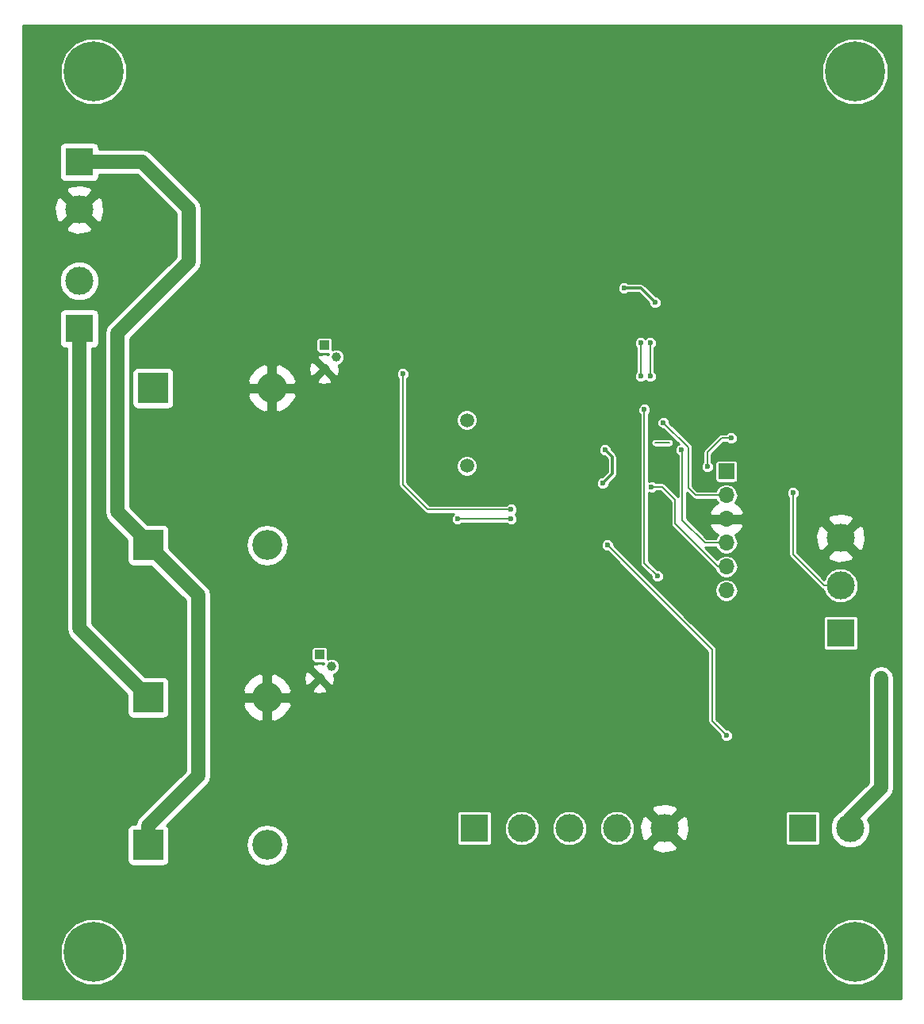
<source format=gbr>
G04 #@! TF.FileFunction,Copper,L2,Bot,Signal*
%FSLAX46Y46*%
G04 Gerber Fmt 4.6, Leading zero omitted, Abs format (unit mm)*
G04 Created by KiCad (PCBNEW 4.0.6) date 05/19/17 13:08:51*
%MOMM*%
%LPD*%
G01*
G04 APERTURE LIST*
%ADD10C,0.100000*%
%ADD11C,3.000000*%
%ADD12R,3.000000X3.000000*%
%ADD13R,3.200000X3.200000*%
%ADD14O,3.200000X3.200000*%
%ADD15R,1.700000X1.700000*%
%ADD16O,1.700000X1.700000*%
%ADD17C,1.000000*%
%ADD18R,1.000000X1.000000*%
%ADD19C,1.500000*%
%ADD20C,6.400000*%
%ADD21C,0.600000*%
%ADD22C,0.200000*%
%ADD23C,0.300000*%
%ADD24C,1.500000*%
%ADD25C,0.250000*%
G04 APERTURE END LIST*
D10*
D11*
X86360000Y-101092000D03*
X91440000Y-101092000D03*
D12*
X81280000Y-101092000D03*
D11*
X96520000Y-101092000D03*
X101600000Y-101092000D03*
D13*
X46482000Y-102870000D03*
D14*
X59182000Y-102870000D03*
D13*
X46482000Y-87122000D03*
D14*
X59182000Y-87122000D03*
D13*
X46482000Y-70866000D03*
D14*
X59182000Y-70866000D03*
D13*
X46990000Y-54102000D03*
D14*
X59690000Y-54102000D03*
D12*
X39116000Y-47752000D03*
D11*
X39116000Y-42672000D03*
D12*
X39116000Y-29972000D03*
D11*
X39116000Y-35052000D03*
D15*
X108204000Y-62992000D03*
D16*
X108204000Y-65532000D03*
X108204000Y-68072000D03*
X108204000Y-70612000D03*
X108204000Y-73152000D03*
X108204000Y-75692000D03*
D12*
X116332000Y-101092000D03*
D11*
X121412000Y-101092000D03*
D12*
X120396000Y-80264000D03*
D11*
X120396000Y-75184000D03*
X120396000Y-70104000D03*
D17*
X66040000Y-83820000D03*
X64770000Y-85090000D03*
D18*
X64770000Y-82550000D03*
D17*
X66548000Y-50800000D03*
X65278000Y-52070000D03*
D18*
X65278000Y-49530000D03*
D19*
X80518000Y-57531000D03*
X80518000Y-62411000D03*
D20*
X40640000Y-20320000D03*
X121920000Y-20320000D03*
X121920000Y-114300000D03*
X40640000Y-114300000D03*
D21*
X105156000Y-101092000D03*
X71882000Y-62738000D03*
X71374000Y-57658000D03*
X89154000Y-62230000D03*
X95504000Y-59182000D03*
X98552000Y-79248000D03*
X118364000Y-64008000D03*
X60960000Y-59182000D03*
X62992000Y-60452000D03*
X100330000Y-68072000D03*
X103632000Y-72644000D03*
X84074000Y-63500000D03*
X97028000Y-59182000D03*
X106680000Y-96520000D03*
X116205000Y-92710000D03*
X105410000Y-83185000D03*
X97790000Y-83185000D03*
X90170000Y-83185000D03*
X82550000Y-83185000D03*
X123190000Y-54610000D03*
X114300000Y-43180000D03*
X95885000Y-45085000D03*
X93345000Y-49530000D03*
X44450000Y-34925000D03*
X71120000Y-46355000D03*
X64770000Y-41275000D03*
X67310000Y-31750000D03*
X84455000Y-32385000D03*
X83820000Y-28575000D03*
X78105000Y-27305000D03*
X100203000Y-64643000D03*
X97282000Y-43434000D03*
X100584000Y-44958000D03*
X95250000Y-60706000D03*
X94996000Y-64262000D03*
X101473000Y-57785000D03*
X103378000Y-60706000D03*
X115316000Y-65278000D03*
X100838000Y-74168000D03*
X99441000Y-56388000D03*
X85217000Y-67056000D03*
X73660000Y-52578000D03*
X79502000Y-68072000D03*
X85217000Y-68072000D03*
X108204000Y-91186000D03*
X95504000Y-70866000D03*
X100076000Y-49276000D03*
X100076000Y-52832000D03*
X99060000Y-49276000D03*
X99060000Y-52832000D03*
X108712000Y-59436000D03*
X106172000Y-62484000D03*
X50800000Y-40640000D03*
X124714000Y-85090000D03*
D22*
X102108000Y-59944000D02*
X100584000Y-59944000D01*
X108204000Y-73152000D02*
X107315000Y-73152000D01*
X101346000Y-64643000D02*
X100203000Y-64643000D01*
X102743000Y-66040000D02*
X101346000Y-64643000D01*
X102743000Y-68580000D02*
X102743000Y-66040000D01*
X107315000Y-73152000D02*
X102743000Y-68580000D01*
D23*
X99060000Y-43434000D02*
X97282000Y-43434000D01*
X100584000Y-44958000D02*
X99060000Y-43434000D01*
X96012000Y-61468000D02*
X95250000Y-60706000D01*
X96012000Y-63246000D02*
X96012000Y-61468000D01*
X94996000Y-64262000D02*
X96012000Y-63246000D01*
D24*
X39116000Y-47752000D02*
X39116000Y-79756000D01*
X39116000Y-79756000D02*
X46482000Y-87122000D01*
D22*
X101473000Y-57785000D02*
X104140000Y-60452000D01*
X104140000Y-60452000D02*
X104140000Y-64770000D01*
X104140000Y-64770000D02*
X104902000Y-65532000D01*
X104902000Y-65532000D02*
X108204000Y-65532000D01*
X105918000Y-70612000D02*
X108204000Y-70612000D01*
X103505000Y-68199000D02*
X105918000Y-70612000D01*
X103505000Y-60833000D02*
X103505000Y-68199000D01*
X103378000Y-60706000D02*
X103505000Y-60833000D01*
X118618000Y-75184000D02*
X120396000Y-75184000D01*
X115316000Y-71882000D02*
X118618000Y-75184000D01*
X115316000Y-65278000D02*
X115316000Y-71882000D01*
X100838000Y-74168000D02*
X99441000Y-72771000D01*
X99441000Y-72771000D02*
X99441000Y-56388000D01*
X85217000Y-67056000D02*
X76327000Y-67056000D01*
X76327000Y-67056000D02*
X73660000Y-64389000D01*
X73660000Y-64389000D02*
X73660000Y-52578000D01*
X85217000Y-68072000D02*
X79502000Y-68072000D01*
X106680000Y-89662000D02*
X108204000Y-91186000D01*
X106680000Y-82042000D02*
X106680000Y-89662000D01*
X95504000Y-70866000D02*
X106680000Y-82042000D01*
X100076000Y-52832000D02*
X100076000Y-49276000D01*
X99060000Y-52832000D02*
X99060000Y-49276000D01*
X107696000Y-59436000D02*
X108712000Y-59436000D01*
X106172000Y-60960000D02*
X107696000Y-59436000D01*
X106172000Y-62484000D02*
X106172000Y-60960000D01*
D24*
X46482000Y-70866000D02*
X46482000Y-70612000D01*
X46482000Y-70612000D02*
X43180000Y-67310000D01*
X43180000Y-48260000D02*
X50800000Y-40640000D01*
X43180000Y-67310000D02*
X43180000Y-48260000D01*
X39116000Y-29972000D02*
X45847000Y-29972000D01*
X50800000Y-34925000D02*
X50800000Y-40640000D01*
X45847000Y-29972000D02*
X50800000Y-34925000D01*
X121412000Y-101092000D02*
X121412000Y-100076000D01*
X121412000Y-100076000D02*
X124714000Y-96774000D01*
X124714000Y-96774000D02*
X124714000Y-85090000D01*
X46482000Y-102870000D02*
X46482000Y-100838000D01*
X51816000Y-76200000D02*
X46482000Y-70866000D01*
X51816000Y-95504000D02*
X51816000Y-76200000D01*
X46482000Y-100838000D02*
X51816000Y-95504000D01*
D25*
G36*
X126875000Y-119255000D02*
X33145000Y-119255000D01*
X33145000Y-115007992D01*
X37064381Y-115007992D01*
X37607496Y-116322429D01*
X38612281Y-117328970D01*
X39925769Y-117874378D01*
X41347992Y-117875619D01*
X42662429Y-117332504D01*
X43668970Y-116327719D01*
X44214378Y-115014231D01*
X44214383Y-115007992D01*
X118344381Y-115007992D01*
X118887496Y-116322429D01*
X119892281Y-117328970D01*
X121205769Y-117874378D01*
X122627992Y-117875619D01*
X123942429Y-117332504D01*
X124948970Y-116327719D01*
X125494378Y-115014231D01*
X125495619Y-113592008D01*
X124952504Y-112277571D01*
X123947719Y-111271030D01*
X122634231Y-110725622D01*
X121212008Y-110724381D01*
X119897571Y-111267496D01*
X118891030Y-112272281D01*
X118345622Y-113585769D01*
X118344381Y-115007992D01*
X44214383Y-115007992D01*
X44215619Y-113592008D01*
X43672504Y-112277571D01*
X42667719Y-111271030D01*
X41354231Y-110725622D01*
X39932008Y-110724381D01*
X38617571Y-111267496D01*
X37611030Y-112272281D01*
X37065622Y-113585769D01*
X37064381Y-115007992D01*
X33145000Y-115007992D01*
X33145000Y-46252000D01*
X36978756Y-46252000D01*
X36978756Y-49252000D01*
X37022337Y-49483611D01*
X37159219Y-49696332D01*
X37368076Y-49839038D01*
X37616000Y-49889244D01*
X37741000Y-49889244D01*
X37741000Y-79756000D01*
X37845666Y-80282190D01*
X38143728Y-80728272D01*
X44244756Y-86829300D01*
X44244756Y-88722000D01*
X44288337Y-88953611D01*
X44425219Y-89166332D01*
X44634076Y-89309038D01*
X44882000Y-89359244D01*
X48082000Y-89359244D01*
X48313611Y-89315663D01*
X48526332Y-89178781D01*
X48669038Y-88969924D01*
X48719244Y-88722000D01*
X48719244Y-85522000D01*
X48675663Y-85290389D01*
X48538781Y-85077668D01*
X48329924Y-84934962D01*
X48082000Y-84884756D01*
X46189300Y-84884756D01*
X40491000Y-79186456D01*
X40491000Y-49889244D01*
X40616000Y-49889244D01*
X40847611Y-49845663D01*
X41060332Y-49708781D01*
X41203038Y-49499924D01*
X41253244Y-49252000D01*
X41253244Y-46252000D01*
X41209663Y-46020389D01*
X41072781Y-45807668D01*
X40863924Y-45664962D01*
X40616000Y-45614756D01*
X37616000Y-45614756D01*
X37384389Y-45658337D01*
X37171668Y-45795219D01*
X37028962Y-46004076D01*
X36978756Y-46252000D01*
X33145000Y-46252000D01*
X33145000Y-43092834D01*
X36990632Y-43092834D01*
X37313462Y-43874143D01*
X37910713Y-44472437D01*
X38691457Y-44796630D01*
X39536834Y-44797368D01*
X40318143Y-44474538D01*
X40916437Y-43877287D01*
X41240630Y-43096543D01*
X41241368Y-42251166D01*
X40918538Y-41469857D01*
X40321287Y-40871563D01*
X39540543Y-40547370D01*
X38695166Y-40546632D01*
X37913857Y-40869462D01*
X37315563Y-41466713D01*
X36991370Y-42247457D01*
X36990632Y-43092834D01*
X33145000Y-43092834D01*
X33145000Y-36989924D01*
X37708406Y-36989924D01*
X37861735Y-37416336D01*
X38862002Y-37716348D01*
X39900939Y-37610737D01*
X40370265Y-37416336D01*
X40523594Y-36989924D01*
X39116000Y-35582330D01*
X37708406Y-36989924D01*
X33145000Y-36989924D01*
X33145000Y-34798002D01*
X36451652Y-34798002D01*
X36557263Y-35836939D01*
X36751664Y-36306265D01*
X37178076Y-36459594D01*
X38585670Y-35052000D01*
X39646330Y-35052000D01*
X41053924Y-36459594D01*
X41480336Y-36306265D01*
X41780348Y-35305998D01*
X41674737Y-34267061D01*
X41480336Y-33797735D01*
X41053924Y-33644406D01*
X39646330Y-35052000D01*
X38585670Y-35052000D01*
X37178076Y-33644406D01*
X36751664Y-33797735D01*
X36451652Y-34798002D01*
X33145000Y-34798002D01*
X33145000Y-33114076D01*
X37708406Y-33114076D01*
X39116000Y-34521670D01*
X40523594Y-33114076D01*
X40370265Y-32687664D01*
X39369998Y-32387652D01*
X38331061Y-32493263D01*
X37861735Y-32687664D01*
X37708406Y-33114076D01*
X33145000Y-33114076D01*
X33145000Y-28472000D01*
X36978756Y-28472000D01*
X36978756Y-31472000D01*
X37022337Y-31703611D01*
X37159219Y-31916332D01*
X37368076Y-32059038D01*
X37616000Y-32109244D01*
X40616000Y-32109244D01*
X40847611Y-32065663D01*
X41060332Y-31928781D01*
X41203038Y-31719924D01*
X41253244Y-31472000D01*
X41253244Y-31347000D01*
X45277456Y-31347000D01*
X49425000Y-35494544D01*
X49425000Y-40070456D01*
X42207728Y-47287728D01*
X41909666Y-47733810D01*
X41805000Y-48260000D01*
X41805000Y-67310000D01*
X41909666Y-67836190D01*
X42152088Y-68199000D01*
X42207728Y-68282272D01*
X44244756Y-70319300D01*
X44244756Y-72466000D01*
X44288337Y-72697611D01*
X44425219Y-72910332D01*
X44634076Y-73053038D01*
X44882000Y-73103244D01*
X46774700Y-73103244D01*
X50441000Y-76769544D01*
X50441000Y-94934456D01*
X45509728Y-99865728D01*
X45211666Y-100311810D01*
X45147826Y-100632756D01*
X44882000Y-100632756D01*
X44650389Y-100676337D01*
X44437668Y-100813219D01*
X44294962Y-101022076D01*
X44244756Y-101270000D01*
X44244756Y-104470000D01*
X44288337Y-104701611D01*
X44425219Y-104914332D01*
X44634076Y-105057038D01*
X44882000Y-105107244D01*
X48082000Y-105107244D01*
X48313611Y-105063663D01*
X48526332Y-104926781D01*
X48669038Y-104717924D01*
X48719244Y-104470000D01*
X48719244Y-102870000D01*
X56913410Y-102870000D01*
X57082778Y-103721471D01*
X57565097Y-104443313D01*
X58286939Y-104925632D01*
X59138410Y-105095000D01*
X59225590Y-105095000D01*
X60077061Y-104925632D01*
X60798903Y-104443313D01*
X61281222Y-103721471D01*
X61418779Y-103029924D01*
X100192406Y-103029924D01*
X100345735Y-103456336D01*
X101346002Y-103756348D01*
X102384939Y-103650737D01*
X102854265Y-103456336D01*
X103007594Y-103029924D01*
X101600000Y-101622330D01*
X100192406Y-103029924D01*
X61418779Y-103029924D01*
X61450590Y-102870000D01*
X61281222Y-102018529D01*
X60798903Y-101296687D01*
X60077061Y-100814368D01*
X59225590Y-100645000D01*
X59138410Y-100645000D01*
X58286939Y-100814368D01*
X57565097Y-101296687D01*
X57082778Y-102018529D01*
X56913410Y-102870000D01*
X48719244Y-102870000D01*
X48719244Y-101270000D01*
X48675663Y-101038389D01*
X48538781Y-100825668D01*
X48479429Y-100785115D01*
X49672544Y-99592000D01*
X79397654Y-99592000D01*
X79397654Y-102592000D01*
X79423802Y-102730966D01*
X79505931Y-102858599D01*
X79631246Y-102944223D01*
X79780000Y-102974346D01*
X82780000Y-102974346D01*
X82918966Y-102948198D01*
X83046599Y-102866069D01*
X83132223Y-102740754D01*
X83162346Y-102592000D01*
X83162346Y-101463324D01*
X84484676Y-101463324D01*
X84769526Y-102152714D01*
X85296511Y-102680620D01*
X85985403Y-102966673D01*
X86731324Y-102967324D01*
X87420714Y-102682474D01*
X87948620Y-102155489D01*
X88234673Y-101466597D01*
X88234675Y-101463324D01*
X89564676Y-101463324D01*
X89849526Y-102152714D01*
X90376511Y-102680620D01*
X91065403Y-102966673D01*
X91811324Y-102967324D01*
X92500714Y-102682474D01*
X93028620Y-102155489D01*
X93314673Y-101466597D01*
X93314675Y-101463324D01*
X94644676Y-101463324D01*
X94929526Y-102152714D01*
X95456511Y-102680620D01*
X96145403Y-102966673D01*
X96891324Y-102967324D01*
X97580714Y-102682474D01*
X98108620Y-102155489D01*
X98394673Y-101466597D01*
X98395221Y-100838002D01*
X98935652Y-100838002D01*
X99041263Y-101876939D01*
X99235664Y-102346265D01*
X99662076Y-102499594D01*
X101069670Y-101092000D01*
X102130330Y-101092000D01*
X103537924Y-102499594D01*
X103964336Y-102346265D01*
X104264348Y-101345998D01*
X104158737Y-100307061D01*
X103964336Y-99837735D01*
X103537924Y-99684406D01*
X102130330Y-101092000D01*
X101069670Y-101092000D01*
X99662076Y-99684406D01*
X99235664Y-99837735D01*
X98935652Y-100838002D01*
X98395221Y-100838002D01*
X98395324Y-100720676D01*
X98110474Y-100031286D01*
X97583489Y-99503380D01*
X96894597Y-99217327D01*
X96148676Y-99216676D01*
X95459286Y-99501526D01*
X94931380Y-100028511D01*
X94645327Y-100717403D01*
X94644676Y-101463324D01*
X93314675Y-101463324D01*
X93315324Y-100720676D01*
X93030474Y-100031286D01*
X92503489Y-99503380D01*
X91814597Y-99217327D01*
X91068676Y-99216676D01*
X90379286Y-99501526D01*
X89851380Y-100028511D01*
X89565327Y-100717403D01*
X89564676Y-101463324D01*
X88234675Y-101463324D01*
X88235324Y-100720676D01*
X87950474Y-100031286D01*
X87423489Y-99503380D01*
X86734597Y-99217327D01*
X85988676Y-99216676D01*
X85299286Y-99501526D01*
X84771380Y-100028511D01*
X84485327Y-100717403D01*
X84484676Y-101463324D01*
X83162346Y-101463324D01*
X83162346Y-99592000D01*
X83136198Y-99453034D01*
X83054069Y-99325401D01*
X82928754Y-99239777D01*
X82780000Y-99209654D01*
X79780000Y-99209654D01*
X79641034Y-99235802D01*
X79513401Y-99317931D01*
X79427777Y-99443246D01*
X79397654Y-99592000D01*
X49672544Y-99592000D01*
X50110468Y-99154076D01*
X100192406Y-99154076D01*
X101600000Y-100561670D01*
X102569670Y-99592000D01*
X114449654Y-99592000D01*
X114449654Y-102592000D01*
X114475802Y-102730966D01*
X114557931Y-102858599D01*
X114683246Y-102944223D01*
X114832000Y-102974346D01*
X117832000Y-102974346D01*
X117970966Y-102948198D01*
X118098599Y-102866069D01*
X118184223Y-102740754D01*
X118214346Y-102592000D01*
X118214346Y-101512834D01*
X119286632Y-101512834D01*
X119609462Y-102294143D01*
X120206713Y-102892437D01*
X120987457Y-103216630D01*
X121832834Y-103217368D01*
X122614143Y-102894538D01*
X123212437Y-102297287D01*
X123536630Y-101516543D01*
X123537368Y-100671166D01*
X123310483Y-100122061D01*
X125686272Y-97746272D01*
X125984334Y-97300190D01*
X126089000Y-96774000D01*
X126089000Y-85090000D01*
X125984334Y-84563810D01*
X125686272Y-84117728D01*
X125240190Y-83819666D01*
X124714000Y-83715000D01*
X124187810Y-83819666D01*
X123741728Y-84117728D01*
X123443666Y-84563810D01*
X123339000Y-85090000D01*
X123339000Y-96204456D01*
X120439728Y-99103728D01*
X120355962Y-99229093D01*
X120209857Y-99289462D01*
X119611563Y-99886713D01*
X119287370Y-100667457D01*
X119286632Y-101512834D01*
X118214346Y-101512834D01*
X118214346Y-99592000D01*
X118188198Y-99453034D01*
X118106069Y-99325401D01*
X117980754Y-99239777D01*
X117832000Y-99209654D01*
X114832000Y-99209654D01*
X114693034Y-99235802D01*
X114565401Y-99317931D01*
X114479777Y-99443246D01*
X114449654Y-99592000D01*
X102569670Y-99592000D01*
X103007594Y-99154076D01*
X102854265Y-98727664D01*
X101853998Y-98427652D01*
X100815061Y-98533263D01*
X100345735Y-98727664D01*
X100192406Y-99154076D01*
X50110468Y-99154076D01*
X52788272Y-96476272D01*
X53086334Y-96030190D01*
X53191000Y-95504000D01*
X53191000Y-87914611D01*
X56574819Y-87914611D01*
X56777970Y-88405104D01*
X57451989Y-89227416D01*
X58389386Y-89729197D01*
X58807000Y-89539840D01*
X58807000Y-87497000D01*
X59557000Y-87497000D01*
X59557000Y-89539840D01*
X59974614Y-89729197D01*
X60912011Y-89227416D01*
X61586030Y-88405104D01*
X61789181Y-87914611D01*
X61596806Y-87497000D01*
X59557000Y-87497000D01*
X58807000Y-87497000D01*
X56767194Y-87497000D01*
X56574819Y-87914611D01*
X53191000Y-87914611D01*
X53191000Y-86329389D01*
X56574819Y-86329389D01*
X56767194Y-86747000D01*
X58807000Y-86747000D01*
X58807000Y-84704160D01*
X59557000Y-84704160D01*
X59557000Y-86747000D01*
X61596806Y-86747000D01*
X61789181Y-86329389D01*
X61745227Y-86223264D01*
X63990289Y-86223264D01*
X64009541Y-86562008D01*
X64630740Y-86740973D01*
X65273141Y-86668593D01*
X65530459Y-86562008D01*
X65549711Y-86223264D01*
X64770000Y-85443553D01*
X63990289Y-86223264D01*
X61745227Y-86223264D01*
X61586030Y-85838896D01*
X60912011Y-85016584D01*
X60789006Y-84950740D01*
X63119027Y-84950740D01*
X63191407Y-85593141D01*
X63297992Y-85850459D01*
X63636736Y-85869711D01*
X64416447Y-85090000D01*
X63636736Y-84310289D01*
X63297992Y-84329541D01*
X63119027Y-84950740D01*
X60789006Y-84950740D01*
X59974614Y-84514803D01*
X59557000Y-84704160D01*
X58807000Y-84704160D01*
X58389386Y-84514803D01*
X57451989Y-85016584D01*
X56777970Y-85838896D01*
X56574819Y-86329389D01*
X53191000Y-86329389D01*
X53191000Y-82050000D01*
X63887654Y-82050000D01*
X63887654Y-83050000D01*
X63913802Y-83188966D01*
X63995931Y-83316599D01*
X64121246Y-83402223D01*
X64270000Y-83432346D01*
X65253532Y-83432346D01*
X65214270Y-83526899D01*
X64909260Y-83439027D01*
X64266859Y-83511407D01*
X64009541Y-83617992D01*
X63990289Y-83956736D01*
X64770000Y-84736447D01*
X64872531Y-84633916D01*
X65226084Y-84987469D01*
X65123553Y-85090000D01*
X65903264Y-85869711D01*
X66242008Y-85850459D01*
X66420973Y-85229260D01*
X66354233Y-84636913D01*
X66535000Y-84562221D01*
X66781356Y-84316295D01*
X66914848Y-83994812D01*
X66915151Y-83646715D01*
X66782221Y-83325000D01*
X66536295Y-83078644D01*
X66214812Y-82945152D01*
X65866715Y-82944849D01*
X65652346Y-83033425D01*
X65652346Y-82050000D01*
X65626198Y-81911034D01*
X65544069Y-81783401D01*
X65418754Y-81697777D01*
X65270000Y-81667654D01*
X64270000Y-81667654D01*
X64131034Y-81693802D01*
X64003401Y-81775931D01*
X63917777Y-81901246D01*
X63887654Y-82050000D01*
X53191000Y-82050000D01*
X53191000Y-76200000D01*
X53086334Y-75673810D01*
X52788272Y-75227728D01*
X48719244Y-71158700D01*
X48719244Y-70866000D01*
X56913410Y-70866000D01*
X57082778Y-71717471D01*
X57565097Y-72439313D01*
X58286939Y-72921632D01*
X59138410Y-73091000D01*
X59225590Y-73091000D01*
X60077061Y-72921632D01*
X60798903Y-72439313D01*
X61281222Y-71717471D01*
X61424000Y-70999677D01*
X94828883Y-70999677D01*
X94931429Y-71247857D01*
X95121144Y-71437903D01*
X95369145Y-71540883D01*
X95507251Y-71541003D01*
X106205000Y-82238752D01*
X106205000Y-89662000D01*
X106241157Y-89843775D01*
X106344124Y-89997876D01*
X107529002Y-91182754D01*
X107528883Y-91319677D01*
X107631429Y-91567857D01*
X107821144Y-91757903D01*
X108069145Y-91860883D01*
X108337677Y-91861117D01*
X108585857Y-91758571D01*
X108775903Y-91568856D01*
X108878883Y-91320855D01*
X108879117Y-91052323D01*
X108776571Y-90804143D01*
X108586856Y-90614097D01*
X108338855Y-90511117D01*
X108200748Y-90510997D01*
X107155000Y-89465248D01*
X107155000Y-82042005D01*
X107155001Y-82042000D01*
X107118843Y-81860226D01*
X107118843Y-81860225D01*
X107015876Y-81706124D01*
X104073752Y-78764000D01*
X118513654Y-78764000D01*
X118513654Y-81764000D01*
X118539802Y-81902966D01*
X118621931Y-82030599D01*
X118747246Y-82116223D01*
X118896000Y-82146346D01*
X121896000Y-82146346D01*
X122034966Y-82120198D01*
X122162599Y-82038069D01*
X122248223Y-81912754D01*
X122278346Y-81764000D01*
X122278346Y-78764000D01*
X122252198Y-78625034D01*
X122170069Y-78497401D01*
X122044754Y-78411777D01*
X121896000Y-78381654D01*
X118896000Y-78381654D01*
X118757034Y-78407802D01*
X118629401Y-78489931D01*
X118543777Y-78615246D01*
X118513654Y-78764000D01*
X104073752Y-78764000D01*
X101001752Y-75692000D01*
X106955001Y-75692000D01*
X107048249Y-76160787D01*
X107313795Y-76558206D01*
X107711214Y-76823752D01*
X108180001Y-76917000D01*
X108227999Y-76917000D01*
X108696786Y-76823752D01*
X109094205Y-76558206D01*
X109359751Y-76160787D01*
X109452999Y-75692000D01*
X109359751Y-75223213D01*
X109094205Y-74825794D01*
X108696786Y-74560248D01*
X108227999Y-74467000D01*
X108180001Y-74467000D01*
X107711214Y-74560248D01*
X107313795Y-74825794D01*
X107048249Y-75223213D01*
X106955001Y-75692000D01*
X101001752Y-75692000D01*
X96178998Y-70869246D01*
X96179117Y-70732323D01*
X96076571Y-70484143D01*
X95886856Y-70294097D01*
X95638855Y-70191117D01*
X95370323Y-70190883D01*
X95122143Y-70293429D01*
X94932097Y-70483144D01*
X94829117Y-70731145D01*
X94828883Y-70999677D01*
X61424000Y-70999677D01*
X61450590Y-70866000D01*
X61281222Y-70014529D01*
X60798903Y-69292687D01*
X60077061Y-68810368D01*
X59225590Y-68641000D01*
X59138410Y-68641000D01*
X58286939Y-68810368D01*
X57565097Y-69292687D01*
X57082778Y-70014529D01*
X56913410Y-70866000D01*
X48719244Y-70866000D01*
X48719244Y-69266000D01*
X48675663Y-69034389D01*
X48538781Y-68821668D01*
X48329924Y-68678962D01*
X48082000Y-68628756D01*
X46443300Y-68628756D01*
X44555000Y-66740456D01*
X44555000Y-52502000D01*
X44752756Y-52502000D01*
X44752756Y-55702000D01*
X44796337Y-55933611D01*
X44933219Y-56146332D01*
X45142076Y-56289038D01*
X45390000Y-56339244D01*
X48590000Y-56339244D01*
X48821611Y-56295663D01*
X49034332Y-56158781D01*
X49177038Y-55949924D01*
X49227244Y-55702000D01*
X49227244Y-54894611D01*
X57082819Y-54894611D01*
X57285970Y-55385104D01*
X57959989Y-56207416D01*
X58897386Y-56709197D01*
X59315000Y-56519840D01*
X59315000Y-54477000D01*
X60065000Y-54477000D01*
X60065000Y-56519840D01*
X60482614Y-56709197D01*
X61420011Y-56207416D01*
X62094030Y-55385104D01*
X62297181Y-54894611D01*
X62104806Y-54477000D01*
X60065000Y-54477000D01*
X59315000Y-54477000D01*
X57275194Y-54477000D01*
X57082819Y-54894611D01*
X49227244Y-54894611D01*
X49227244Y-53309389D01*
X57082819Y-53309389D01*
X57275194Y-53727000D01*
X59315000Y-53727000D01*
X59315000Y-51684160D01*
X60065000Y-51684160D01*
X60065000Y-53727000D01*
X62104806Y-53727000D01*
X62297181Y-53309389D01*
X62253227Y-53203264D01*
X64498289Y-53203264D01*
X64517541Y-53542008D01*
X65138740Y-53720973D01*
X65781141Y-53648593D01*
X66038459Y-53542008D01*
X66057711Y-53203264D01*
X65278000Y-52423553D01*
X64498289Y-53203264D01*
X62253227Y-53203264D01*
X62094030Y-52818896D01*
X61420011Y-51996584D01*
X61297006Y-51930740D01*
X63627027Y-51930740D01*
X63699407Y-52573141D01*
X63805992Y-52830459D01*
X64144736Y-52849711D01*
X64924447Y-52070000D01*
X64144736Y-51290289D01*
X63805992Y-51309541D01*
X63627027Y-51930740D01*
X61297006Y-51930740D01*
X60482614Y-51494803D01*
X60065000Y-51684160D01*
X59315000Y-51684160D01*
X58897386Y-51494803D01*
X57959989Y-51996584D01*
X57285970Y-52818896D01*
X57082819Y-53309389D01*
X49227244Y-53309389D01*
X49227244Y-52502000D01*
X49183663Y-52270389D01*
X49046781Y-52057668D01*
X48837924Y-51914962D01*
X48590000Y-51864756D01*
X45390000Y-51864756D01*
X45158389Y-51908337D01*
X44945668Y-52045219D01*
X44802962Y-52254076D01*
X44752756Y-52502000D01*
X44555000Y-52502000D01*
X44555000Y-49030000D01*
X64395654Y-49030000D01*
X64395654Y-50030000D01*
X64421802Y-50168966D01*
X64503931Y-50296599D01*
X64629246Y-50382223D01*
X64778000Y-50412346D01*
X65761532Y-50412346D01*
X65722270Y-50506899D01*
X65417260Y-50419027D01*
X64774859Y-50491407D01*
X64517541Y-50597992D01*
X64498289Y-50936736D01*
X65278000Y-51716447D01*
X65380531Y-51613916D01*
X65734084Y-51967469D01*
X65631553Y-52070000D01*
X66411264Y-52849711D01*
X66750008Y-52830459D01*
X66784228Y-52711677D01*
X72984883Y-52711677D01*
X73087429Y-52959857D01*
X73185000Y-53057598D01*
X73185000Y-64389000D01*
X73221157Y-64570775D01*
X73324124Y-64724876D01*
X75991122Y-67391873D01*
X75991124Y-67391876D01*
X76145225Y-67494843D01*
X76168281Y-67499429D01*
X76327000Y-67531001D01*
X76327005Y-67531000D01*
X79088517Y-67531000D01*
X78930097Y-67689144D01*
X78827117Y-67937145D01*
X78826883Y-68205677D01*
X78929429Y-68453857D01*
X79119144Y-68643903D01*
X79367145Y-68746883D01*
X79635677Y-68747117D01*
X79883857Y-68644571D01*
X79981598Y-68547000D01*
X84737410Y-68547000D01*
X84834144Y-68643903D01*
X85082145Y-68746883D01*
X85350677Y-68747117D01*
X85598857Y-68644571D01*
X85788903Y-68454856D01*
X85891883Y-68206855D01*
X85892117Y-67938323D01*
X85789571Y-67690143D01*
X85663594Y-67563946D01*
X85788903Y-67438856D01*
X85891883Y-67190855D01*
X85892117Y-66922323D01*
X85789571Y-66674143D01*
X85599856Y-66484097D01*
X85351855Y-66381117D01*
X85083323Y-66380883D01*
X84835143Y-66483429D01*
X84737402Y-66581000D01*
X76523751Y-66581000D01*
X74338429Y-64395677D01*
X94320883Y-64395677D01*
X94423429Y-64643857D01*
X94613144Y-64833903D01*
X94861145Y-64936883D01*
X95129677Y-64937117D01*
X95377857Y-64834571D01*
X95567903Y-64644856D01*
X95670883Y-64396855D01*
X95670942Y-64329520D01*
X96383231Y-63617231D01*
X96497037Y-63446909D01*
X96537000Y-63246000D01*
X96537000Y-61468000D01*
X96497037Y-61267091D01*
X96383231Y-61096769D01*
X95925059Y-60638597D01*
X95925117Y-60572323D01*
X95822571Y-60324143D01*
X95632856Y-60134097D01*
X95384855Y-60031117D01*
X95116323Y-60030883D01*
X94868143Y-60133429D01*
X94678097Y-60323144D01*
X94575117Y-60571145D01*
X94574883Y-60839677D01*
X94677429Y-61087857D01*
X94867144Y-61277903D01*
X95115145Y-61380883D01*
X95182480Y-61380942D01*
X95487000Y-61685462D01*
X95487000Y-63028538D01*
X94928597Y-63586941D01*
X94862323Y-63586883D01*
X94614143Y-63689429D01*
X94424097Y-63879144D01*
X94321117Y-64127145D01*
X94320883Y-64395677D01*
X74338429Y-64395677D01*
X74135000Y-64192248D01*
X74135000Y-62633795D01*
X79392805Y-62633795D01*
X79563715Y-63047429D01*
X79879907Y-63364172D01*
X80293242Y-63535804D01*
X80740795Y-63536195D01*
X81154429Y-63365285D01*
X81471172Y-63049093D01*
X81642804Y-62635758D01*
X81643195Y-62188205D01*
X81472285Y-61774571D01*
X81156093Y-61457828D01*
X80742758Y-61286196D01*
X80295205Y-61285805D01*
X79881571Y-61456715D01*
X79564828Y-61772907D01*
X79393196Y-62186242D01*
X79392805Y-62633795D01*
X74135000Y-62633795D01*
X74135000Y-57753795D01*
X79392805Y-57753795D01*
X79563715Y-58167429D01*
X79879907Y-58484172D01*
X80293242Y-58655804D01*
X80740795Y-58656195D01*
X81154429Y-58485285D01*
X81471172Y-58169093D01*
X81642804Y-57755758D01*
X81643195Y-57308205D01*
X81472285Y-56894571D01*
X81156093Y-56577828D01*
X81020867Y-56521677D01*
X98765883Y-56521677D01*
X98868429Y-56769857D01*
X98966000Y-56867598D01*
X98966000Y-72771000D01*
X99002157Y-72952775D01*
X99105124Y-73106876D01*
X100163002Y-74164754D01*
X100162883Y-74301677D01*
X100265429Y-74549857D01*
X100455144Y-74739903D01*
X100703145Y-74842883D01*
X100971677Y-74843117D01*
X101219857Y-74740571D01*
X101409903Y-74550856D01*
X101512883Y-74302855D01*
X101513117Y-74034323D01*
X101410571Y-73786143D01*
X101220856Y-73596097D01*
X100972855Y-73493117D01*
X100834748Y-73492997D01*
X99916000Y-72574248D01*
X99916000Y-65254706D01*
X100068145Y-65317883D01*
X100336677Y-65318117D01*
X100584857Y-65215571D01*
X100682598Y-65118000D01*
X101149248Y-65118000D01*
X102268000Y-66236751D01*
X102268000Y-68580000D01*
X102304157Y-68761775D01*
X102407124Y-68915876D01*
X106979122Y-73487873D01*
X106979124Y-73487876D01*
X107028354Y-73520771D01*
X107048249Y-73620787D01*
X107313795Y-74018206D01*
X107711214Y-74283752D01*
X108180001Y-74377000D01*
X108227999Y-74377000D01*
X108696786Y-74283752D01*
X109094205Y-74018206D01*
X109359751Y-73620787D01*
X109452999Y-73152000D01*
X109359751Y-72683213D01*
X109094205Y-72285794D01*
X108696786Y-72020248D01*
X108227999Y-71927000D01*
X108180001Y-71927000D01*
X107711214Y-72020248D01*
X107313795Y-72285794D01*
X107236390Y-72401639D01*
X105921751Y-71087000D01*
X107052400Y-71087000D01*
X107313795Y-71478206D01*
X107711214Y-71743752D01*
X108180001Y-71837000D01*
X108227999Y-71837000D01*
X108696786Y-71743752D01*
X109094205Y-71478206D01*
X109359751Y-71080787D01*
X109452999Y-70612000D01*
X109359751Y-70143213D01*
X109118791Y-69782590D01*
X109536914Y-69529413D01*
X109993180Y-68908390D01*
X110060536Y-68745721D01*
X109855715Y-68447000D01*
X108579000Y-68447000D01*
X108579000Y-68467000D01*
X107829000Y-68467000D01*
X107829000Y-68447000D01*
X106552285Y-68447000D01*
X106347464Y-68745721D01*
X106414820Y-68908390D01*
X106871086Y-69529413D01*
X107289209Y-69782590D01*
X107052400Y-70137000D01*
X106114751Y-70137000D01*
X103980000Y-68002248D01*
X103980000Y-65281752D01*
X104566124Y-65867876D01*
X104720225Y-65970843D01*
X104750384Y-65976842D01*
X104902000Y-66007001D01*
X104902005Y-66007000D01*
X107052400Y-66007000D01*
X107289209Y-66361410D01*
X106871086Y-66614587D01*
X106414820Y-67235610D01*
X106347464Y-67398279D01*
X106552285Y-67697000D01*
X107829000Y-67697000D01*
X107829000Y-67677000D01*
X108579000Y-67677000D01*
X108579000Y-67697000D01*
X109855715Y-67697000D01*
X110060536Y-67398279D01*
X109993180Y-67235610D01*
X109536914Y-66614587D01*
X109118791Y-66361410D01*
X109359751Y-66000787D01*
X109452999Y-65532000D01*
X109429066Y-65411677D01*
X114640883Y-65411677D01*
X114743429Y-65659857D01*
X114841000Y-65757598D01*
X114841000Y-71882000D01*
X114877157Y-72063775D01*
X114980124Y-72217876D01*
X118282124Y-75519876D01*
X118436225Y-75622843D01*
X118558635Y-75647192D01*
X118805526Y-76244714D01*
X119332511Y-76772620D01*
X120021403Y-77058673D01*
X120767324Y-77059324D01*
X121456714Y-76774474D01*
X121984620Y-76247489D01*
X122270673Y-75558597D01*
X122271324Y-74812676D01*
X121986474Y-74123286D01*
X121459489Y-73595380D01*
X120770597Y-73309327D01*
X120024676Y-73308676D01*
X119335286Y-73593526D01*
X118807380Y-74120511D01*
X118636878Y-74531126D01*
X116147676Y-72041924D01*
X118988406Y-72041924D01*
X119141735Y-72468336D01*
X120142002Y-72768348D01*
X121180939Y-72662737D01*
X121650265Y-72468336D01*
X121803594Y-72041924D01*
X120396000Y-70634330D01*
X118988406Y-72041924D01*
X116147676Y-72041924D01*
X115791000Y-71685248D01*
X115791000Y-69850002D01*
X117731652Y-69850002D01*
X117837263Y-70888939D01*
X118031664Y-71358265D01*
X118458076Y-71511594D01*
X119865670Y-70104000D01*
X120926330Y-70104000D01*
X122333924Y-71511594D01*
X122760336Y-71358265D01*
X123060348Y-70357998D01*
X122954737Y-69319061D01*
X122760336Y-68849735D01*
X122333924Y-68696406D01*
X120926330Y-70104000D01*
X119865670Y-70104000D01*
X118458076Y-68696406D01*
X118031664Y-68849735D01*
X117731652Y-69850002D01*
X115791000Y-69850002D01*
X115791000Y-68166076D01*
X118988406Y-68166076D01*
X120396000Y-69573670D01*
X121803594Y-68166076D01*
X121650265Y-67739664D01*
X120649998Y-67439652D01*
X119611061Y-67545263D01*
X119141735Y-67739664D01*
X118988406Y-68166076D01*
X115791000Y-68166076D01*
X115791000Y-65757590D01*
X115887903Y-65660856D01*
X115990883Y-65412855D01*
X115991117Y-65144323D01*
X115888571Y-64896143D01*
X115698856Y-64706097D01*
X115450855Y-64603117D01*
X115182323Y-64602883D01*
X114934143Y-64705429D01*
X114744097Y-64895144D01*
X114641117Y-65143145D01*
X114640883Y-65411677D01*
X109429066Y-65411677D01*
X109359751Y-65063213D01*
X109094205Y-64665794D01*
X108696786Y-64400248D01*
X108227999Y-64307000D01*
X108180001Y-64307000D01*
X107711214Y-64400248D01*
X107313795Y-64665794D01*
X107052400Y-65057000D01*
X105098752Y-65057000D01*
X104615000Y-64573248D01*
X104615000Y-62617677D01*
X105496883Y-62617677D01*
X105599429Y-62865857D01*
X105789144Y-63055903D01*
X106037145Y-63158883D01*
X106305677Y-63159117D01*
X106553857Y-63056571D01*
X106743903Y-62866856D01*
X106846883Y-62618855D01*
X106847117Y-62350323D01*
X106761040Y-62142000D01*
X106971654Y-62142000D01*
X106971654Y-63842000D01*
X106997802Y-63980966D01*
X107079931Y-64108599D01*
X107205246Y-64194223D01*
X107354000Y-64224346D01*
X109054000Y-64224346D01*
X109192966Y-64198198D01*
X109320599Y-64116069D01*
X109406223Y-63990754D01*
X109436346Y-63842000D01*
X109436346Y-62142000D01*
X109410198Y-62003034D01*
X109328069Y-61875401D01*
X109202754Y-61789777D01*
X109054000Y-61759654D01*
X107354000Y-61759654D01*
X107215034Y-61785802D01*
X107087401Y-61867931D01*
X107001777Y-61993246D01*
X106971654Y-62142000D01*
X106761040Y-62142000D01*
X106744571Y-62102143D01*
X106647000Y-62004402D01*
X106647000Y-61156752D01*
X107892751Y-59911000D01*
X108232410Y-59911000D01*
X108329144Y-60007903D01*
X108577145Y-60110883D01*
X108845677Y-60111117D01*
X109093857Y-60008571D01*
X109283903Y-59818856D01*
X109386883Y-59570855D01*
X109387117Y-59302323D01*
X109284571Y-59054143D01*
X109094856Y-58864097D01*
X108846855Y-58761117D01*
X108578323Y-58760883D01*
X108330143Y-58863429D01*
X108232402Y-58961000D01*
X107696000Y-58961000D01*
X107514225Y-58997157D01*
X107360124Y-59100124D01*
X107360122Y-59100127D01*
X105836124Y-60624124D01*
X105733157Y-60778225D01*
X105697000Y-60960000D01*
X105697000Y-62004410D01*
X105600097Y-62101144D01*
X105497117Y-62349145D01*
X105496883Y-62617677D01*
X104615000Y-62617677D01*
X104615000Y-60452005D01*
X104615001Y-60452000D01*
X104578843Y-60270226D01*
X104578843Y-60270225D01*
X104475876Y-60116124D01*
X104475873Y-60116122D01*
X102147998Y-57788246D01*
X102148117Y-57651323D01*
X102045571Y-57403143D01*
X101855856Y-57213097D01*
X101607855Y-57110117D01*
X101339323Y-57109883D01*
X101091143Y-57212429D01*
X100901097Y-57402144D01*
X100798117Y-57650145D01*
X100797883Y-57918677D01*
X100900429Y-58166857D01*
X101090144Y-58356903D01*
X101338145Y-58459883D01*
X101476251Y-58460003D01*
X103104787Y-60088538D01*
X102996143Y-60133429D01*
X102806097Y-60323144D01*
X102703117Y-60571145D01*
X102702883Y-60839677D01*
X102805429Y-61087857D01*
X102995144Y-61277903D01*
X103030000Y-61292377D01*
X103030000Y-65655249D01*
X101681876Y-64307124D01*
X101527775Y-64204157D01*
X101346000Y-64168000D01*
X100682590Y-64168000D01*
X100585856Y-64071097D01*
X100337855Y-63968117D01*
X100069323Y-63967883D01*
X99916000Y-64031235D01*
X99916000Y-59944000D01*
X100109000Y-59944000D01*
X100145157Y-60125775D01*
X100248124Y-60279876D01*
X100402225Y-60382843D01*
X100584000Y-60419000D01*
X102108000Y-60419000D01*
X102289775Y-60382843D01*
X102443876Y-60279876D01*
X102546843Y-60125775D01*
X102583000Y-59944000D01*
X102546843Y-59762225D01*
X102443876Y-59608124D01*
X102289775Y-59505157D01*
X102108000Y-59469000D01*
X100584000Y-59469000D01*
X100402225Y-59505157D01*
X100248124Y-59608124D01*
X100145157Y-59762225D01*
X100109000Y-59944000D01*
X99916000Y-59944000D01*
X99916000Y-56867590D01*
X100012903Y-56770856D01*
X100115883Y-56522855D01*
X100116117Y-56254323D01*
X100013571Y-56006143D01*
X99823856Y-55816097D01*
X99575855Y-55713117D01*
X99307323Y-55712883D01*
X99059143Y-55815429D01*
X98869097Y-56005144D01*
X98766117Y-56253145D01*
X98765883Y-56521677D01*
X81020867Y-56521677D01*
X80742758Y-56406196D01*
X80295205Y-56405805D01*
X79881571Y-56576715D01*
X79564828Y-56892907D01*
X79393196Y-57306242D01*
X79392805Y-57753795D01*
X74135000Y-57753795D01*
X74135000Y-53057590D01*
X74231903Y-52960856D01*
X74334883Y-52712855D01*
X74335117Y-52444323D01*
X74232571Y-52196143D01*
X74042856Y-52006097D01*
X73794855Y-51903117D01*
X73526323Y-51902883D01*
X73278143Y-52005429D01*
X73088097Y-52195144D01*
X72985117Y-52443145D01*
X72984883Y-52711677D01*
X66784228Y-52711677D01*
X66928973Y-52209260D01*
X66862233Y-51616913D01*
X67043000Y-51542221D01*
X67289356Y-51296295D01*
X67422848Y-50974812D01*
X67423151Y-50626715D01*
X67290221Y-50305000D01*
X67044295Y-50058644D01*
X66722812Y-49925152D01*
X66374715Y-49924849D01*
X66160346Y-50013425D01*
X66160346Y-49409677D01*
X98384883Y-49409677D01*
X98487429Y-49657857D01*
X98585000Y-49755598D01*
X98585000Y-52352410D01*
X98488097Y-52449144D01*
X98385117Y-52697145D01*
X98384883Y-52965677D01*
X98487429Y-53213857D01*
X98677144Y-53403903D01*
X98925145Y-53506883D01*
X99193677Y-53507117D01*
X99441857Y-53404571D01*
X99568054Y-53278594D01*
X99693144Y-53403903D01*
X99941145Y-53506883D01*
X100209677Y-53507117D01*
X100457857Y-53404571D01*
X100647903Y-53214856D01*
X100750883Y-52966855D01*
X100751117Y-52698323D01*
X100648571Y-52450143D01*
X100551000Y-52352402D01*
X100551000Y-49755590D01*
X100647903Y-49658856D01*
X100750883Y-49410855D01*
X100751117Y-49142323D01*
X100648571Y-48894143D01*
X100458856Y-48704097D01*
X100210855Y-48601117D01*
X99942323Y-48600883D01*
X99694143Y-48703429D01*
X99567946Y-48829406D01*
X99442856Y-48704097D01*
X99194855Y-48601117D01*
X98926323Y-48600883D01*
X98678143Y-48703429D01*
X98488097Y-48893144D01*
X98385117Y-49141145D01*
X98384883Y-49409677D01*
X66160346Y-49409677D01*
X66160346Y-49030000D01*
X66134198Y-48891034D01*
X66052069Y-48763401D01*
X65926754Y-48677777D01*
X65778000Y-48647654D01*
X64778000Y-48647654D01*
X64639034Y-48673802D01*
X64511401Y-48755931D01*
X64425777Y-48881246D01*
X64395654Y-49030000D01*
X44555000Y-49030000D01*
X44555000Y-48829544D01*
X49816867Y-43567677D01*
X96606883Y-43567677D01*
X96709429Y-43815857D01*
X96899144Y-44005903D01*
X97147145Y-44108883D01*
X97415677Y-44109117D01*
X97663857Y-44006571D01*
X97711511Y-43959000D01*
X98842538Y-43959000D01*
X99908941Y-45025403D01*
X99908883Y-45091677D01*
X100011429Y-45339857D01*
X100201144Y-45529903D01*
X100449145Y-45632883D01*
X100717677Y-45633117D01*
X100965857Y-45530571D01*
X101155903Y-45340856D01*
X101258883Y-45092855D01*
X101259117Y-44824323D01*
X101156571Y-44576143D01*
X100966856Y-44386097D01*
X100718855Y-44283117D01*
X100651520Y-44283058D01*
X99431231Y-43062769D01*
X99260909Y-42948963D01*
X99060000Y-42909000D01*
X97711677Y-42909000D01*
X97664856Y-42862097D01*
X97416855Y-42759117D01*
X97148323Y-42758883D01*
X96900143Y-42861429D01*
X96710097Y-43051144D01*
X96607117Y-43299145D01*
X96606883Y-43567677D01*
X49816867Y-43567677D01*
X51772272Y-41612272D01*
X52070334Y-41166190D01*
X52175000Y-40640000D01*
X52175000Y-34925000D01*
X52070334Y-34398810D01*
X51772272Y-33952728D01*
X46819272Y-28999728D01*
X46373190Y-28701666D01*
X45847000Y-28597000D01*
X41253244Y-28597000D01*
X41253244Y-28472000D01*
X41209663Y-28240389D01*
X41072781Y-28027668D01*
X40863924Y-27884962D01*
X40616000Y-27834756D01*
X37616000Y-27834756D01*
X37384389Y-27878337D01*
X37171668Y-28015219D01*
X37028962Y-28224076D01*
X36978756Y-28472000D01*
X33145000Y-28472000D01*
X33145000Y-21027992D01*
X37064381Y-21027992D01*
X37607496Y-22342429D01*
X38612281Y-23348970D01*
X39925769Y-23894378D01*
X41347992Y-23895619D01*
X42662429Y-23352504D01*
X43668970Y-22347719D01*
X44214378Y-21034231D01*
X44214383Y-21027992D01*
X118344381Y-21027992D01*
X118887496Y-22342429D01*
X119892281Y-23348970D01*
X121205769Y-23894378D01*
X122627992Y-23895619D01*
X123942429Y-23352504D01*
X124948970Y-22347719D01*
X125494378Y-21034231D01*
X125495619Y-19612008D01*
X124952504Y-18297571D01*
X123947719Y-17291030D01*
X122634231Y-16745622D01*
X121212008Y-16744381D01*
X119897571Y-17287496D01*
X118891030Y-18292281D01*
X118345622Y-19605769D01*
X118344381Y-21027992D01*
X44214383Y-21027992D01*
X44215619Y-19612008D01*
X43672504Y-18297571D01*
X42667719Y-17291030D01*
X41354231Y-16745622D01*
X39932008Y-16744381D01*
X38617571Y-17287496D01*
X37611030Y-18292281D01*
X37065622Y-19605769D01*
X37064381Y-21027992D01*
X33145000Y-21027992D01*
X33145000Y-15365000D01*
X126875000Y-15365000D01*
X126875000Y-119255000D01*
X126875000Y-119255000D01*
G37*
X126875000Y-119255000D02*
X33145000Y-119255000D01*
X33145000Y-115007992D01*
X37064381Y-115007992D01*
X37607496Y-116322429D01*
X38612281Y-117328970D01*
X39925769Y-117874378D01*
X41347992Y-117875619D01*
X42662429Y-117332504D01*
X43668970Y-116327719D01*
X44214378Y-115014231D01*
X44214383Y-115007992D01*
X118344381Y-115007992D01*
X118887496Y-116322429D01*
X119892281Y-117328970D01*
X121205769Y-117874378D01*
X122627992Y-117875619D01*
X123942429Y-117332504D01*
X124948970Y-116327719D01*
X125494378Y-115014231D01*
X125495619Y-113592008D01*
X124952504Y-112277571D01*
X123947719Y-111271030D01*
X122634231Y-110725622D01*
X121212008Y-110724381D01*
X119897571Y-111267496D01*
X118891030Y-112272281D01*
X118345622Y-113585769D01*
X118344381Y-115007992D01*
X44214383Y-115007992D01*
X44215619Y-113592008D01*
X43672504Y-112277571D01*
X42667719Y-111271030D01*
X41354231Y-110725622D01*
X39932008Y-110724381D01*
X38617571Y-111267496D01*
X37611030Y-112272281D01*
X37065622Y-113585769D01*
X37064381Y-115007992D01*
X33145000Y-115007992D01*
X33145000Y-46252000D01*
X36978756Y-46252000D01*
X36978756Y-49252000D01*
X37022337Y-49483611D01*
X37159219Y-49696332D01*
X37368076Y-49839038D01*
X37616000Y-49889244D01*
X37741000Y-49889244D01*
X37741000Y-79756000D01*
X37845666Y-80282190D01*
X38143728Y-80728272D01*
X44244756Y-86829300D01*
X44244756Y-88722000D01*
X44288337Y-88953611D01*
X44425219Y-89166332D01*
X44634076Y-89309038D01*
X44882000Y-89359244D01*
X48082000Y-89359244D01*
X48313611Y-89315663D01*
X48526332Y-89178781D01*
X48669038Y-88969924D01*
X48719244Y-88722000D01*
X48719244Y-85522000D01*
X48675663Y-85290389D01*
X48538781Y-85077668D01*
X48329924Y-84934962D01*
X48082000Y-84884756D01*
X46189300Y-84884756D01*
X40491000Y-79186456D01*
X40491000Y-49889244D01*
X40616000Y-49889244D01*
X40847611Y-49845663D01*
X41060332Y-49708781D01*
X41203038Y-49499924D01*
X41253244Y-49252000D01*
X41253244Y-46252000D01*
X41209663Y-46020389D01*
X41072781Y-45807668D01*
X40863924Y-45664962D01*
X40616000Y-45614756D01*
X37616000Y-45614756D01*
X37384389Y-45658337D01*
X37171668Y-45795219D01*
X37028962Y-46004076D01*
X36978756Y-46252000D01*
X33145000Y-46252000D01*
X33145000Y-43092834D01*
X36990632Y-43092834D01*
X37313462Y-43874143D01*
X37910713Y-44472437D01*
X38691457Y-44796630D01*
X39536834Y-44797368D01*
X40318143Y-44474538D01*
X40916437Y-43877287D01*
X41240630Y-43096543D01*
X41241368Y-42251166D01*
X40918538Y-41469857D01*
X40321287Y-40871563D01*
X39540543Y-40547370D01*
X38695166Y-40546632D01*
X37913857Y-40869462D01*
X37315563Y-41466713D01*
X36991370Y-42247457D01*
X36990632Y-43092834D01*
X33145000Y-43092834D01*
X33145000Y-36989924D01*
X37708406Y-36989924D01*
X37861735Y-37416336D01*
X38862002Y-37716348D01*
X39900939Y-37610737D01*
X40370265Y-37416336D01*
X40523594Y-36989924D01*
X39116000Y-35582330D01*
X37708406Y-36989924D01*
X33145000Y-36989924D01*
X33145000Y-34798002D01*
X36451652Y-34798002D01*
X36557263Y-35836939D01*
X36751664Y-36306265D01*
X37178076Y-36459594D01*
X38585670Y-35052000D01*
X39646330Y-35052000D01*
X41053924Y-36459594D01*
X41480336Y-36306265D01*
X41780348Y-35305998D01*
X41674737Y-34267061D01*
X41480336Y-33797735D01*
X41053924Y-33644406D01*
X39646330Y-35052000D01*
X38585670Y-35052000D01*
X37178076Y-33644406D01*
X36751664Y-33797735D01*
X36451652Y-34798002D01*
X33145000Y-34798002D01*
X33145000Y-33114076D01*
X37708406Y-33114076D01*
X39116000Y-34521670D01*
X40523594Y-33114076D01*
X40370265Y-32687664D01*
X39369998Y-32387652D01*
X38331061Y-32493263D01*
X37861735Y-32687664D01*
X37708406Y-33114076D01*
X33145000Y-33114076D01*
X33145000Y-28472000D01*
X36978756Y-28472000D01*
X36978756Y-31472000D01*
X37022337Y-31703611D01*
X37159219Y-31916332D01*
X37368076Y-32059038D01*
X37616000Y-32109244D01*
X40616000Y-32109244D01*
X40847611Y-32065663D01*
X41060332Y-31928781D01*
X41203038Y-31719924D01*
X41253244Y-31472000D01*
X41253244Y-31347000D01*
X45277456Y-31347000D01*
X49425000Y-35494544D01*
X49425000Y-40070456D01*
X42207728Y-47287728D01*
X41909666Y-47733810D01*
X41805000Y-48260000D01*
X41805000Y-67310000D01*
X41909666Y-67836190D01*
X42152088Y-68199000D01*
X42207728Y-68282272D01*
X44244756Y-70319300D01*
X44244756Y-72466000D01*
X44288337Y-72697611D01*
X44425219Y-72910332D01*
X44634076Y-73053038D01*
X44882000Y-73103244D01*
X46774700Y-73103244D01*
X50441000Y-76769544D01*
X50441000Y-94934456D01*
X45509728Y-99865728D01*
X45211666Y-100311810D01*
X45147826Y-100632756D01*
X44882000Y-100632756D01*
X44650389Y-100676337D01*
X44437668Y-100813219D01*
X44294962Y-101022076D01*
X44244756Y-101270000D01*
X44244756Y-104470000D01*
X44288337Y-104701611D01*
X44425219Y-104914332D01*
X44634076Y-105057038D01*
X44882000Y-105107244D01*
X48082000Y-105107244D01*
X48313611Y-105063663D01*
X48526332Y-104926781D01*
X48669038Y-104717924D01*
X48719244Y-104470000D01*
X48719244Y-102870000D01*
X56913410Y-102870000D01*
X57082778Y-103721471D01*
X57565097Y-104443313D01*
X58286939Y-104925632D01*
X59138410Y-105095000D01*
X59225590Y-105095000D01*
X60077061Y-104925632D01*
X60798903Y-104443313D01*
X61281222Y-103721471D01*
X61418779Y-103029924D01*
X100192406Y-103029924D01*
X100345735Y-103456336D01*
X101346002Y-103756348D01*
X102384939Y-103650737D01*
X102854265Y-103456336D01*
X103007594Y-103029924D01*
X101600000Y-101622330D01*
X100192406Y-103029924D01*
X61418779Y-103029924D01*
X61450590Y-102870000D01*
X61281222Y-102018529D01*
X60798903Y-101296687D01*
X60077061Y-100814368D01*
X59225590Y-100645000D01*
X59138410Y-100645000D01*
X58286939Y-100814368D01*
X57565097Y-101296687D01*
X57082778Y-102018529D01*
X56913410Y-102870000D01*
X48719244Y-102870000D01*
X48719244Y-101270000D01*
X48675663Y-101038389D01*
X48538781Y-100825668D01*
X48479429Y-100785115D01*
X49672544Y-99592000D01*
X79397654Y-99592000D01*
X79397654Y-102592000D01*
X79423802Y-102730966D01*
X79505931Y-102858599D01*
X79631246Y-102944223D01*
X79780000Y-102974346D01*
X82780000Y-102974346D01*
X82918966Y-102948198D01*
X83046599Y-102866069D01*
X83132223Y-102740754D01*
X83162346Y-102592000D01*
X83162346Y-101463324D01*
X84484676Y-101463324D01*
X84769526Y-102152714D01*
X85296511Y-102680620D01*
X85985403Y-102966673D01*
X86731324Y-102967324D01*
X87420714Y-102682474D01*
X87948620Y-102155489D01*
X88234673Y-101466597D01*
X88234675Y-101463324D01*
X89564676Y-101463324D01*
X89849526Y-102152714D01*
X90376511Y-102680620D01*
X91065403Y-102966673D01*
X91811324Y-102967324D01*
X92500714Y-102682474D01*
X93028620Y-102155489D01*
X93314673Y-101466597D01*
X93314675Y-101463324D01*
X94644676Y-101463324D01*
X94929526Y-102152714D01*
X95456511Y-102680620D01*
X96145403Y-102966673D01*
X96891324Y-102967324D01*
X97580714Y-102682474D01*
X98108620Y-102155489D01*
X98394673Y-101466597D01*
X98395221Y-100838002D01*
X98935652Y-100838002D01*
X99041263Y-101876939D01*
X99235664Y-102346265D01*
X99662076Y-102499594D01*
X101069670Y-101092000D01*
X102130330Y-101092000D01*
X103537924Y-102499594D01*
X103964336Y-102346265D01*
X104264348Y-101345998D01*
X104158737Y-100307061D01*
X103964336Y-99837735D01*
X103537924Y-99684406D01*
X102130330Y-101092000D01*
X101069670Y-101092000D01*
X99662076Y-99684406D01*
X99235664Y-99837735D01*
X98935652Y-100838002D01*
X98395221Y-100838002D01*
X98395324Y-100720676D01*
X98110474Y-100031286D01*
X97583489Y-99503380D01*
X96894597Y-99217327D01*
X96148676Y-99216676D01*
X95459286Y-99501526D01*
X94931380Y-100028511D01*
X94645327Y-100717403D01*
X94644676Y-101463324D01*
X93314675Y-101463324D01*
X93315324Y-100720676D01*
X93030474Y-100031286D01*
X92503489Y-99503380D01*
X91814597Y-99217327D01*
X91068676Y-99216676D01*
X90379286Y-99501526D01*
X89851380Y-100028511D01*
X89565327Y-100717403D01*
X89564676Y-101463324D01*
X88234675Y-101463324D01*
X88235324Y-100720676D01*
X87950474Y-100031286D01*
X87423489Y-99503380D01*
X86734597Y-99217327D01*
X85988676Y-99216676D01*
X85299286Y-99501526D01*
X84771380Y-100028511D01*
X84485327Y-100717403D01*
X84484676Y-101463324D01*
X83162346Y-101463324D01*
X83162346Y-99592000D01*
X83136198Y-99453034D01*
X83054069Y-99325401D01*
X82928754Y-99239777D01*
X82780000Y-99209654D01*
X79780000Y-99209654D01*
X79641034Y-99235802D01*
X79513401Y-99317931D01*
X79427777Y-99443246D01*
X79397654Y-99592000D01*
X49672544Y-99592000D01*
X50110468Y-99154076D01*
X100192406Y-99154076D01*
X101600000Y-100561670D01*
X102569670Y-99592000D01*
X114449654Y-99592000D01*
X114449654Y-102592000D01*
X114475802Y-102730966D01*
X114557931Y-102858599D01*
X114683246Y-102944223D01*
X114832000Y-102974346D01*
X117832000Y-102974346D01*
X117970966Y-102948198D01*
X118098599Y-102866069D01*
X118184223Y-102740754D01*
X118214346Y-102592000D01*
X118214346Y-101512834D01*
X119286632Y-101512834D01*
X119609462Y-102294143D01*
X120206713Y-102892437D01*
X120987457Y-103216630D01*
X121832834Y-103217368D01*
X122614143Y-102894538D01*
X123212437Y-102297287D01*
X123536630Y-101516543D01*
X123537368Y-100671166D01*
X123310483Y-100122061D01*
X125686272Y-97746272D01*
X125984334Y-97300190D01*
X126089000Y-96774000D01*
X126089000Y-85090000D01*
X125984334Y-84563810D01*
X125686272Y-84117728D01*
X125240190Y-83819666D01*
X124714000Y-83715000D01*
X124187810Y-83819666D01*
X123741728Y-84117728D01*
X123443666Y-84563810D01*
X123339000Y-85090000D01*
X123339000Y-96204456D01*
X120439728Y-99103728D01*
X120355962Y-99229093D01*
X120209857Y-99289462D01*
X119611563Y-99886713D01*
X119287370Y-100667457D01*
X119286632Y-101512834D01*
X118214346Y-101512834D01*
X118214346Y-99592000D01*
X118188198Y-99453034D01*
X118106069Y-99325401D01*
X117980754Y-99239777D01*
X117832000Y-99209654D01*
X114832000Y-99209654D01*
X114693034Y-99235802D01*
X114565401Y-99317931D01*
X114479777Y-99443246D01*
X114449654Y-99592000D01*
X102569670Y-99592000D01*
X103007594Y-99154076D01*
X102854265Y-98727664D01*
X101853998Y-98427652D01*
X100815061Y-98533263D01*
X100345735Y-98727664D01*
X100192406Y-99154076D01*
X50110468Y-99154076D01*
X52788272Y-96476272D01*
X53086334Y-96030190D01*
X53191000Y-95504000D01*
X53191000Y-87914611D01*
X56574819Y-87914611D01*
X56777970Y-88405104D01*
X57451989Y-89227416D01*
X58389386Y-89729197D01*
X58807000Y-89539840D01*
X58807000Y-87497000D01*
X59557000Y-87497000D01*
X59557000Y-89539840D01*
X59974614Y-89729197D01*
X60912011Y-89227416D01*
X61586030Y-88405104D01*
X61789181Y-87914611D01*
X61596806Y-87497000D01*
X59557000Y-87497000D01*
X58807000Y-87497000D01*
X56767194Y-87497000D01*
X56574819Y-87914611D01*
X53191000Y-87914611D01*
X53191000Y-86329389D01*
X56574819Y-86329389D01*
X56767194Y-86747000D01*
X58807000Y-86747000D01*
X58807000Y-84704160D01*
X59557000Y-84704160D01*
X59557000Y-86747000D01*
X61596806Y-86747000D01*
X61789181Y-86329389D01*
X61745227Y-86223264D01*
X63990289Y-86223264D01*
X64009541Y-86562008D01*
X64630740Y-86740973D01*
X65273141Y-86668593D01*
X65530459Y-86562008D01*
X65549711Y-86223264D01*
X64770000Y-85443553D01*
X63990289Y-86223264D01*
X61745227Y-86223264D01*
X61586030Y-85838896D01*
X60912011Y-85016584D01*
X60789006Y-84950740D01*
X63119027Y-84950740D01*
X63191407Y-85593141D01*
X63297992Y-85850459D01*
X63636736Y-85869711D01*
X64416447Y-85090000D01*
X63636736Y-84310289D01*
X63297992Y-84329541D01*
X63119027Y-84950740D01*
X60789006Y-84950740D01*
X59974614Y-84514803D01*
X59557000Y-84704160D01*
X58807000Y-84704160D01*
X58389386Y-84514803D01*
X57451989Y-85016584D01*
X56777970Y-85838896D01*
X56574819Y-86329389D01*
X53191000Y-86329389D01*
X53191000Y-82050000D01*
X63887654Y-82050000D01*
X63887654Y-83050000D01*
X63913802Y-83188966D01*
X63995931Y-83316599D01*
X64121246Y-83402223D01*
X64270000Y-83432346D01*
X65253532Y-83432346D01*
X65214270Y-83526899D01*
X64909260Y-83439027D01*
X64266859Y-83511407D01*
X64009541Y-83617992D01*
X63990289Y-83956736D01*
X64770000Y-84736447D01*
X64872531Y-84633916D01*
X65226084Y-84987469D01*
X65123553Y-85090000D01*
X65903264Y-85869711D01*
X66242008Y-85850459D01*
X66420973Y-85229260D01*
X66354233Y-84636913D01*
X66535000Y-84562221D01*
X66781356Y-84316295D01*
X66914848Y-83994812D01*
X66915151Y-83646715D01*
X66782221Y-83325000D01*
X66536295Y-83078644D01*
X66214812Y-82945152D01*
X65866715Y-82944849D01*
X65652346Y-83033425D01*
X65652346Y-82050000D01*
X65626198Y-81911034D01*
X65544069Y-81783401D01*
X65418754Y-81697777D01*
X65270000Y-81667654D01*
X64270000Y-81667654D01*
X64131034Y-81693802D01*
X64003401Y-81775931D01*
X63917777Y-81901246D01*
X63887654Y-82050000D01*
X53191000Y-82050000D01*
X53191000Y-76200000D01*
X53086334Y-75673810D01*
X52788272Y-75227728D01*
X48719244Y-71158700D01*
X48719244Y-70866000D01*
X56913410Y-70866000D01*
X57082778Y-71717471D01*
X57565097Y-72439313D01*
X58286939Y-72921632D01*
X59138410Y-73091000D01*
X59225590Y-73091000D01*
X60077061Y-72921632D01*
X60798903Y-72439313D01*
X61281222Y-71717471D01*
X61424000Y-70999677D01*
X94828883Y-70999677D01*
X94931429Y-71247857D01*
X95121144Y-71437903D01*
X95369145Y-71540883D01*
X95507251Y-71541003D01*
X106205000Y-82238752D01*
X106205000Y-89662000D01*
X106241157Y-89843775D01*
X106344124Y-89997876D01*
X107529002Y-91182754D01*
X107528883Y-91319677D01*
X107631429Y-91567857D01*
X107821144Y-91757903D01*
X108069145Y-91860883D01*
X108337677Y-91861117D01*
X108585857Y-91758571D01*
X108775903Y-91568856D01*
X108878883Y-91320855D01*
X108879117Y-91052323D01*
X108776571Y-90804143D01*
X108586856Y-90614097D01*
X108338855Y-90511117D01*
X108200748Y-90510997D01*
X107155000Y-89465248D01*
X107155000Y-82042005D01*
X107155001Y-82042000D01*
X107118843Y-81860226D01*
X107118843Y-81860225D01*
X107015876Y-81706124D01*
X104073752Y-78764000D01*
X118513654Y-78764000D01*
X118513654Y-81764000D01*
X118539802Y-81902966D01*
X118621931Y-82030599D01*
X118747246Y-82116223D01*
X118896000Y-82146346D01*
X121896000Y-82146346D01*
X122034966Y-82120198D01*
X122162599Y-82038069D01*
X122248223Y-81912754D01*
X122278346Y-81764000D01*
X122278346Y-78764000D01*
X122252198Y-78625034D01*
X122170069Y-78497401D01*
X122044754Y-78411777D01*
X121896000Y-78381654D01*
X118896000Y-78381654D01*
X118757034Y-78407802D01*
X118629401Y-78489931D01*
X118543777Y-78615246D01*
X118513654Y-78764000D01*
X104073752Y-78764000D01*
X101001752Y-75692000D01*
X106955001Y-75692000D01*
X107048249Y-76160787D01*
X107313795Y-76558206D01*
X107711214Y-76823752D01*
X108180001Y-76917000D01*
X108227999Y-76917000D01*
X108696786Y-76823752D01*
X109094205Y-76558206D01*
X109359751Y-76160787D01*
X109452999Y-75692000D01*
X109359751Y-75223213D01*
X109094205Y-74825794D01*
X108696786Y-74560248D01*
X108227999Y-74467000D01*
X108180001Y-74467000D01*
X107711214Y-74560248D01*
X107313795Y-74825794D01*
X107048249Y-75223213D01*
X106955001Y-75692000D01*
X101001752Y-75692000D01*
X96178998Y-70869246D01*
X96179117Y-70732323D01*
X96076571Y-70484143D01*
X95886856Y-70294097D01*
X95638855Y-70191117D01*
X95370323Y-70190883D01*
X95122143Y-70293429D01*
X94932097Y-70483144D01*
X94829117Y-70731145D01*
X94828883Y-70999677D01*
X61424000Y-70999677D01*
X61450590Y-70866000D01*
X61281222Y-70014529D01*
X60798903Y-69292687D01*
X60077061Y-68810368D01*
X59225590Y-68641000D01*
X59138410Y-68641000D01*
X58286939Y-68810368D01*
X57565097Y-69292687D01*
X57082778Y-70014529D01*
X56913410Y-70866000D01*
X48719244Y-70866000D01*
X48719244Y-69266000D01*
X48675663Y-69034389D01*
X48538781Y-68821668D01*
X48329924Y-68678962D01*
X48082000Y-68628756D01*
X46443300Y-68628756D01*
X44555000Y-66740456D01*
X44555000Y-52502000D01*
X44752756Y-52502000D01*
X44752756Y-55702000D01*
X44796337Y-55933611D01*
X44933219Y-56146332D01*
X45142076Y-56289038D01*
X45390000Y-56339244D01*
X48590000Y-56339244D01*
X48821611Y-56295663D01*
X49034332Y-56158781D01*
X49177038Y-55949924D01*
X49227244Y-55702000D01*
X49227244Y-54894611D01*
X57082819Y-54894611D01*
X57285970Y-55385104D01*
X57959989Y-56207416D01*
X58897386Y-56709197D01*
X59315000Y-56519840D01*
X59315000Y-54477000D01*
X60065000Y-54477000D01*
X60065000Y-56519840D01*
X60482614Y-56709197D01*
X61420011Y-56207416D01*
X62094030Y-55385104D01*
X62297181Y-54894611D01*
X62104806Y-54477000D01*
X60065000Y-54477000D01*
X59315000Y-54477000D01*
X57275194Y-54477000D01*
X57082819Y-54894611D01*
X49227244Y-54894611D01*
X49227244Y-53309389D01*
X57082819Y-53309389D01*
X57275194Y-53727000D01*
X59315000Y-53727000D01*
X59315000Y-51684160D01*
X60065000Y-51684160D01*
X60065000Y-53727000D01*
X62104806Y-53727000D01*
X62297181Y-53309389D01*
X62253227Y-53203264D01*
X64498289Y-53203264D01*
X64517541Y-53542008D01*
X65138740Y-53720973D01*
X65781141Y-53648593D01*
X66038459Y-53542008D01*
X66057711Y-53203264D01*
X65278000Y-52423553D01*
X64498289Y-53203264D01*
X62253227Y-53203264D01*
X62094030Y-52818896D01*
X61420011Y-51996584D01*
X61297006Y-51930740D01*
X63627027Y-51930740D01*
X63699407Y-52573141D01*
X63805992Y-52830459D01*
X64144736Y-52849711D01*
X64924447Y-52070000D01*
X64144736Y-51290289D01*
X63805992Y-51309541D01*
X63627027Y-51930740D01*
X61297006Y-51930740D01*
X60482614Y-51494803D01*
X60065000Y-51684160D01*
X59315000Y-51684160D01*
X58897386Y-51494803D01*
X57959989Y-51996584D01*
X57285970Y-52818896D01*
X57082819Y-53309389D01*
X49227244Y-53309389D01*
X49227244Y-52502000D01*
X49183663Y-52270389D01*
X49046781Y-52057668D01*
X48837924Y-51914962D01*
X48590000Y-51864756D01*
X45390000Y-51864756D01*
X45158389Y-51908337D01*
X44945668Y-52045219D01*
X44802962Y-52254076D01*
X44752756Y-52502000D01*
X44555000Y-52502000D01*
X44555000Y-49030000D01*
X64395654Y-49030000D01*
X64395654Y-50030000D01*
X64421802Y-50168966D01*
X64503931Y-50296599D01*
X64629246Y-50382223D01*
X64778000Y-50412346D01*
X65761532Y-50412346D01*
X65722270Y-50506899D01*
X65417260Y-50419027D01*
X64774859Y-50491407D01*
X64517541Y-50597992D01*
X64498289Y-50936736D01*
X65278000Y-51716447D01*
X65380531Y-51613916D01*
X65734084Y-51967469D01*
X65631553Y-52070000D01*
X66411264Y-52849711D01*
X66750008Y-52830459D01*
X66784228Y-52711677D01*
X72984883Y-52711677D01*
X73087429Y-52959857D01*
X73185000Y-53057598D01*
X73185000Y-64389000D01*
X73221157Y-64570775D01*
X73324124Y-64724876D01*
X75991122Y-67391873D01*
X75991124Y-67391876D01*
X76145225Y-67494843D01*
X76168281Y-67499429D01*
X76327000Y-67531001D01*
X76327005Y-67531000D01*
X79088517Y-67531000D01*
X78930097Y-67689144D01*
X78827117Y-67937145D01*
X78826883Y-68205677D01*
X78929429Y-68453857D01*
X79119144Y-68643903D01*
X79367145Y-68746883D01*
X79635677Y-68747117D01*
X79883857Y-68644571D01*
X79981598Y-68547000D01*
X84737410Y-68547000D01*
X84834144Y-68643903D01*
X85082145Y-68746883D01*
X85350677Y-68747117D01*
X85598857Y-68644571D01*
X85788903Y-68454856D01*
X85891883Y-68206855D01*
X85892117Y-67938323D01*
X85789571Y-67690143D01*
X85663594Y-67563946D01*
X85788903Y-67438856D01*
X85891883Y-67190855D01*
X85892117Y-66922323D01*
X85789571Y-66674143D01*
X85599856Y-66484097D01*
X85351855Y-66381117D01*
X85083323Y-66380883D01*
X84835143Y-66483429D01*
X84737402Y-66581000D01*
X76523751Y-66581000D01*
X74338429Y-64395677D01*
X94320883Y-64395677D01*
X94423429Y-64643857D01*
X94613144Y-64833903D01*
X94861145Y-64936883D01*
X95129677Y-64937117D01*
X95377857Y-64834571D01*
X95567903Y-64644856D01*
X95670883Y-64396855D01*
X95670942Y-64329520D01*
X96383231Y-63617231D01*
X96497037Y-63446909D01*
X96537000Y-63246000D01*
X96537000Y-61468000D01*
X96497037Y-61267091D01*
X96383231Y-61096769D01*
X95925059Y-60638597D01*
X95925117Y-60572323D01*
X95822571Y-60324143D01*
X95632856Y-60134097D01*
X95384855Y-60031117D01*
X95116323Y-60030883D01*
X94868143Y-60133429D01*
X94678097Y-60323144D01*
X94575117Y-60571145D01*
X94574883Y-60839677D01*
X94677429Y-61087857D01*
X94867144Y-61277903D01*
X95115145Y-61380883D01*
X95182480Y-61380942D01*
X95487000Y-61685462D01*
X95487000Y-63028538D01*
X94928597Y-63586941D01*
X94862323Y-63586883D01*
X94614143Y-63689429D01*
X94424097Y-63879144D01*
X94321117Y-64127145D01*
X94320883Y-64395677D01*
X74338429Y-64395677D01*
X74135000Y-64192248D01*
X74135000Y-62633795D01*
X79392805Y-62633795D01*
X79563715Y-63047429D01*
X79879907Y-63364172D01*
X80293242Y-63535804D01*
X80740795Y-63536195D01*
X81154429Y-63365285D01*
X81471172Y-63049093D01*
X81642804Y-62635758D01*
X81643195Y-62188205D01*
X81472285Y-61774571D01*
X81156093Y-61457828D01*
X80742758Y-61286196D01*
X80295205Y-61285805D01*
X79881571Y-61456715D01*
X79564828Y-61772907D01*
X79393196Y-62186242D01*
X79392805Y-62633795D01*
X74135000Y-62633795D01*
X74135000Y-57753795D01*
X79392805Y-57753795D01*
X79563715Y-58167429D01*
X79879907Y-58484172D01*
X80293242Y-58655804D01*
X80740795Y-58656195D01*
X81154429Y-58485285D01*
X81471172Y-58169093D01*
X81642804Y-57755758D01*
X81643195Y-57308205D01*
X81472285Y-56894571D01*
X81156093Y-56577828D01*
X81020867Y-56521677D01*
X98765883Y-56521677D01*
X98868429Y-56769857D01*
X98966000Y-56867598D01*
X98966000Y-72771000D01*
X99002157Y-72952775D01*
X99105124Y-73106876D01*
X100163002Y-74164754D01*
X100162883Y-74301677D01*
X100265429Y-74549857D01*
X100455144Y-74739903D01*
X100703145Y-74842883D01*
X100971677Y-74843117D01*
X101219857Y-74740571D01*
X101409903Y-74550856D01*
X101512883Y-74302855D01*
X101513117Y-74034323D01*
X101410571Y-73786143D01*
X101220856Y-73596097D01*
X100972855Y-73493117D01*
X100834748Y-73492997D01*
X99916000Y-72574248D01*
X99916000Y-65254706D01*
X100068145Y-65317883D01*
X100336677Y-65318117D01*
X100584857Y-65215571D01*
X100682598Y-65118000D01*
X101149248Y-65118000D01*
X102268000Y-66236751D01*
X102268000Y-68580000D01*
X102304157Y-68761775D01*
X102407124Y-68915876D01*
X106979122Y-73487873D01*
X106979124Y-73487876D01*
X107028354Y-73520771D01*
X107048249Y-73620787D01*
X107313795Y-74018206D01*
X107711214Y-74283752D01*
X108180001Y-74377000D01*
X108227999Y-74377000D01*
X108696786Y-74283752D01*
X109094205Y-74018206D01*
X109359751Y-73620787D01*
X109452999Y-73152000D01*
X109359751Y-72683213D01*
X109094205Y-72285794D01*
X108696786Y-72020248D01*
X108227999Y-71927000D01*
X108180001Y-71927000D01*
X107711214Y-72020248D01*
X107313795Y-72285794D01*
X107236390Y-72401639D01*
X105921751Y-71087000D01*
X107052400Y-71087000D01*
X107313795Y-71478206D01*
X107711214Y-71743752D01*
X108180001Y-71837000D01*
X108227999Y-71837000D01*
X108696786Y-71743752D01*
X109094205Y-71478206D01*
X109359751Y-71080787D01*
X109452999Y-70612000D01*
X109359751Y-70143213D01*
X109118791Y-69782590D01*
X109536914Y-69529413D01*
X109993180Y-68908390D01*
X110060536Y-68745721D01*
X109855715Y-68447000D01*
X108579000Y-68447000D01*
X108579000Y-68467000D01*
X107829000Y-68467000D01*
X107829000Y-68447000D01*
X106552285Y-68447000D01*
X106347464Y-68745721D01*
X106414820Y-68908390D01*
X106871086Y-69529413D01*
X107289209Y-69782590D01*
X107052400Y-70137000D01*
X106114751Y-70137000D01*
X103980000Y-68002248D01*
X103980000Y-65281752D01*
X104566124Y-65867876D01*
X104720225Y-65970843D01*
X104750384Y-65976842D01*
X104902000Y-66007001D01*
X104902005Y-66007000D01*
X107052400Y-66007000D01*
X107289209Y-66361410D01*
X106871086Y-66614587D01*
X106414820Y-67235610D01*
X106347464Y-67398279D01*
X106552285Y-67697000D01*
X107829000Y-67697000D01*
X107829000Y-67677000D01*
X108579000Y-67677000D01*
X108579000Y-67697000D01*
X109855715Y-67697000D01*
X110060536Y-67398279D01*
X109993180Y-67235610D01*
X109536914Y-66614587D01*
X109118791Y-66361410D01*
X109359751Y-66000787D01*
X109452999Y-65532000D01*
X109429066Y-65411677D01*
X114640883Y-65411677D01*
X114743429Y-65659857D01*
X114841000Y-65757598D01*
X114841000Y-71882000D01*
X114877157Y-72063775D01*
X114980124Y-72217876D01*
X118282124Y-75519876D01*
X118436225Y-75622843D01*
X118558635Y-75647192D01*
X118805526Y-76244714D01*
X119332511Y-76772620D01*
X120021403Y-77058673D01*
X120767324Y-77059324D01*
X121456714Y-76774474D01*
X121984620Y-76247489D01*
X122270673Y-75558597D01*
X122271324Y-74812676D01*
X121986474Y-74123286D01*
X121459489Y-73595380D01*
X120770597Y-73309327D01*
X120024676Y-73308676D01*
X119335286Y-73593526D01*
X118807380Y-74120511D01*
X118636878Y-74531126D01*
X116147676Y-72041924D01*
X118988406Y-72041924D01*
X119141735Y-72468336D01*
X120142002Y-72768348D01*
X121180939Y-72662737D01*
X121650265Y-72468336D01*
X121803594Y-72041924D01*
X120396000Y-70634330D01*
X118988406Y-72041924D01*
X116147676Y-72041924D01*
X115791000Y-71685248D01*
X115791000Y-69850002D01*
X117731652Y-69850002D01*
X117837263Y-70888939D01*
X118031664Y-71358265D01*
X118458076Y-71511594D01*
X119865670Y-70104000D01*
X120926330Y-70104000D01*
X122333924Y-71511594D01*
X122760336Y-71358265D01*
X123060348Y-70357998D01*
X122954737Y-69319061D01*
X122760336Y-68849735D01*
X122333924Y-68696406D01*
X120926330Y-70104000D01*
X119865670Y-70104000D01*
X118458076Y-68696406D01*
X118031664Y-68849735D01*
X117731652Y-69850002D01*
X115791000Y-69850002D01*
X115791000Y-68166076D01*
X118988406Y-68166076D01*
X120396000Y-69573670D01*
X121803594Y-68166076D01*
X121650265Y-67739664D01*
X120649998Y-67439652D01*
X119611061Y-67545263D01*
X119141735Y-67739664D01*
X118988406Y-68166076D01*
X115791000Y-68166076D01*
X115791000Y-65757590D01*
X115887903Y-65660856D01*
X115990883Y-65412855D01*
X115991117Y-65144323D01*
X115888571Y-64896143D01*
X115698856Y-64706097D01*
X115450855Y-64603117D01*
X115182323Y-64602883D01*
X114934143Y-64705429D01*
X114744097Y-64895144D01*
X114641117Y-65143145D01*
X114640883Y-65411677D01*
X109429066Y-65411677D01*
X109359751Y-65063213D01*
X109094205Y-64665794D01*
X108696786Y-64400248D01*
X108227999Y-64307000D01*
X108180001Y-64307000D01*
X107711214Y-64400248D01*
X107313795Y-64665794D01*
X107052400Y-65057000D01*
X105098752Y-65057000D01*
X104615000Y-64573248D01*
X104615000Y-62617677D01*
X105496883Y-62617677D01*
X105599429Y-62865857D01*
X105789144Y-63055903D01*
X106037145Y-63158883D01*
X106305677Y-63159117D01*
X106553857Y-63056571D01*
X106743903Y-62866856D01*
X106846883Y-62618855D01*
X106847117Y-62350323D01*
X106761040Y-62142000D01*
X106971654Y-62142000D01*
X106971654Y-63842000D01*
X106997802Y-63980966D01*
X107079931Y-64108599D01*
X107205246Y-64194223D01*
X107354000Y-64224346D01*
X109054000Y-64224346D01*
X109192966Y-64198198D01*
X109320599Y-64116069D01*
X109406223Y-63990754D01*
X109436346Y-63842000D01*
X109436346Y-62142000D01*
X109410198Y-62003034D01*
X109328069Y-61875401D01*
X109202754Y-61789777D01*
X109054000Y-61759654D01*
X107354000Y-61759654D01*
X107215034Y-61785802D01*
X107087401Y-61867931D01*
X107001777Y-61993246D01*
X106971654Y-62142000D01*
X106761040Y-62142000D01*
X106744571Y-62102143D01*
X106647000Y-62004402D01*
X106647000Y-61156752D01*
X107892751Y-59911000D01*
X108232410Y-59911000D01*
X108329144Y-60007903D01*
X108577145Y-60110883D01*
X108845677Y-60111117D01*
X109093857Y-60008571D01*
X109283903Y-59818856D01*
X109386883Y-59570855D01*
X109387117Y-59302323D01*
X109284571Y-59054143D01*
X109094856Y-58864097D01*
X108846855Y-58761117D01*
X108578323Y-58760883D01*
X108330143Y-58863429D01*
X108232402Y-58961000D01*
X107696000Y-58961000D01*
X107514225Y-58997157D01*
X107360124Y-59100124D01*
X107360122Y-59100127D01*
X105836124Y-60624124D01*
X105733157Y-60778225D01*
X105697000Y-60960000D01*
X105697000Y-62004410D01*
X105600097Y-62101144D01*
X105497117Y-62349145D01*
X105496883Y-62617677D01*
X104615000Y-62617677D01*
X104615000Y-60452005D01*
X104615001Y-60452000D01*
X104578843Y-60270226D01*
X104578843Y-60270225D01*
X104475876Y-60116124D01*
X104475873Y-60116122D01*
X102147998Y-57788246D01*
X102148117Y-57651323D01*
X102045571Y-57403143D01*
X101855856Y-57213097D01*
X101607855Y-57110117D01*
X101339323Y-57109883D01*
X101091143Y-57212429D01*
X100901097Y-57402144D01*
X100798117Y-57650145D01*
X100797883Y-57918677D01*
X100900429Y-58166857D01*
X101090144Y-58356903D01*
X101338145Y-58459883D01*
X101476251Y-58460003D01*
X103104787Y-60088538D01*
X102996143Y-60133429D01*
X102806097Y-60323144D01*
X102703117Y-60571145D01*
X102702883Y-60839677D01*
X102805429Y-61087857D01*
X102995144Y-61277903D01*
X103030000Y-61292377D01*
X103030000Y-65655249D01*
X101681876Y-64307124D01*
X101527775Y-64204157D01*
X101346000Y-64168000D01*
X100682590Y-64168000D01*
X100585856Y-64071097D01*
X100337855Y-63968117D01*
X100069323Y-63967883D01*
X99916000Y-64031235D01*
X99916000Y-59944000D01*
X100109000Y-59944000D01*
X100145157Y-60125775D01*
X100248124Y-60279876D01*
X100402225Y-60382843D01*
X100584000Y-60419000D01*
X102108000Y-60419000D01*
X102289775Y-60382843D01*
X102443876Y-60279876D01*
X102546843Y-60125775D01*
X102583000Y-59944000D01*
X102546843Y-59762225D01*
X102443876Y-59608124D01*
X102289775Y-59505157D01*
X102108000Y-59469000D01*
X100584000Y-59469000D01*
X100402225Y-59505157D01*
X100248124Y-59608124D01*
X100145157Y-59762225D01*
X100109000Y-59944000D01*
X99916000Y-59944000D01*
X99916000Y-56867590D01*
X100012903Y-56770856D01*
X100115883Y-56522855D01*
X100116117Y-56254323D01*
X100013571Y-56006143D01*
X99823856Y-55816097D01*
X99575855Y-55713117D01*
X99307323Y-55712883D01*
X99059143Y-55815429D01*
X98869097Y-56005144D01*
X98766117Y-56253145D01*
X98765883Y-56521677D01*
X81020867Y-56521677D01*
X80742758Y-56406196D01*
X80295205Y-56405805D01*
X79881571Y-56576715D01*
X79564828Y-56892907D01*
X79393196Y-57306242D01*
X79392805Y-57753795D01*
X74135000Y-57753795D01*
X74135000Y-53057590D01*
X74231903Y-52960856D01*
X74334883Y-52712855D01*
X74335117Y-52444323D01*
X74232571Y-52196143D01*
X74042856Y-52006097D01*
X73794855Y-51903117D01*
X73526323Y-51902883D01*
X73278143Y-52005429D01*
X73088097Y-52195144D01*
X72985117Y-52443145D01*
X72984883Y-52711677D01*
X66784228Y-52711677D01*
X66928973Y-52209260D01*
X66862233Y-51616913D01*
X67043000Y-51542221D01*
X67289356Y-51296295D01*
X67422848Y-50974812D01*
X67423151Y-50626715D01*
X67290221Y-50305000D01*
X67044295Y-50058644D01*
X66722812Y-49925152D01*
X66374715Y-49924849D01*
X66160346Y-50013425D01*
X66160346Y-49409677D01*
X98384883Y-49409677D01*
X98487429Y-49657857D01*
X98585000Y-49755598D01*
X98585000Y-52352410D01*
X98488097Y-52449144D01*
X98385117Y-52697145D01*
X98384883Y-52965677D01*
X98487429Y-53213857D01*
X98677144Y-53403903D01*
X98925145Y-53506883D01*
X99193677Y-53507117D01*
X99441857Y-53404571D01*
X99568054Y-53278594D01*
X99693144Y-53403903D01*
X99941145Y-53506883D01*
X100209677Y-53507117D01*
X100457857Y-53404571D01*
X100647903Y-53214856D01*
X100750883Y-52966855D01*
X100751117Y-52698323D01*
X100648571Y-52450143D01*
X100551000Y-52352402D01*
X100551000Y-49755590D01*
X100647903Y-49658856D01*
X100750883Y-49410855D01*
X100751117Y-49142323D01*
X100648571Y-48894143D01*
X100458856Y-48704097D01*
X100210855Y-48601117D01*
X99942323Y-48600883D01*
X99694143Y-48703429D01*
X99567946Y-48829406D01*
X99442856Y-48704097D01*
X99194855Y-48601117D01*
X98926323Y-48600883D01*
X98678143Y-48703429D01*
X98488097Y-48893144D01*
X98385117Y-49141145D01*
X98384883Y-49409677D01*
X66160346Y-49409677D01*
X66160346Y-49030000D01*
X66134198Y-48891034D01*
X66052069Y-48763401D01*
X65926754Y-48677777D01*
X65778000Y-48647654D01*
X64778000Y-48647654D01*
X64639034Y-48673802D01*
X64511401Y-48755931D01*
X64425777Y-48881246D01*
X64395654Y-49030000D01*
X44555000Y-49030000D01*
X44555000Y-48829544D01*
X49816867Y-43567677D01*
X96606883Y-43567677D01*
X96709429Y-43815857D01*
X96899144Y-44005903D01*
X97147145Y-44108883D01*
X97415677Y-44109117D01*
X97663857Y-44006571D01*
X97711511Y-43959000D01*
X98842538Y-43959000D01*
X99908941Y-45025403D01*
X99908883Y-45091677D01*
X100011429Y-45339857D01*
X100201144Y-45529903D01*
X100449145Y-45632883D01*
X100717677Y-45633117D01*
X100965857Y-45530571D01*
X101155903Y-45340856D01*
X101258883Y-45092855D01*
X101259117Y-44824323D01*
X101156571Y-44576143D01*
X100966856Y-44386097D01*
X100718855Y-44283117D01*
X100651520Y-44283058D01*
X99431231Y-43062769D01*
X99260909Y-42948963D01*
X99060000Y-42909000D01*
X97711677Y-42909000D01*
X97664856Y-42862097D01*
X97416855Y-42759117D01*
X97148323Y-42758883D01*
X96900143Y-42861429D01*
X96710097Y-43051144D01*
X96607117Y-43299145D01*
X96606883Y-43567677D01*
X49816867Y-43567677D01*
X51772272Y-41612272D01*
X52070334Y-41166190D01*
X52175000Y-40640000D01*
X52175000Y-34925000D01*
X52070334Y-34398810D01*
X51772272Y-33952728D01*
X46819272Y-28999728D01*
X46373190Y-28701666D01*
X45847000Y-28597000D01*
X41253244Y-28597000D01*
X41253244Y-28472000D01*
X41209663Y-28240389D01*
X41072781Y-28027668D01*
X40863924Y-27884962D01*
X40616000Y-27834756D01*
X37616000Y-27834756D01*
X37384389Y-27878337D01*
X37171668Y-28015219D01*
X37028962Y-28224076D01*
X36978756Y-28472000D01*
X33145000Y-28472000D01*
X33145000Y-21027992D01*
X37064381Y-21027992D01*
X37607496Y-22342429D01*
X38612281Y-23348970D01*
X39925769Y-23894378D01*
X41347992Y-23895619D01*
X42662429Y-23352504D01*
X43668970Y-22347719D01*
X44214378Y-21034231D01*
X44214383Y-21027992D01*
X118344381Y-21027992D01*
X118887496Y-22342429D01*
X119892281Y-23348970D01*
X121205769Y-23894378D01*
X122627992Y-23895619D01*
X123942429Y-23352504D01*
X124948970Y-22347719D01*
X125494378Y-21034231D01*
X125495619Y-19612008D01*
X124952504Y-18297571D01*
X123947719Y-17291030D01*
X122634231Y-16745622D01*
X121212008Y-16744381D01*
X119897571Y-17287496D01*
X118891030Y-18292281D01*
X118345622Y-19605769D01*
X118344381Y-21027992D01*
X44214383Y-21027992D01*
X44215619Y-19612008D01*
X43672504Y-18297571D01*
X42667719Y-17291030D01*
X41354231Y-16745622D01*
X39932008Y-16744381D01*
X38617571Y-17287496D01*
X37611030Y-18292281D01*
X37065622Y-19605769D01*
X37064381Y-21027992D01*
X33145000Y-21027992D01*
X33145000Y-15365000D01*
X126875000Y-15365000D01*
X126875000Y-119255000D01*
M02*

</source>
